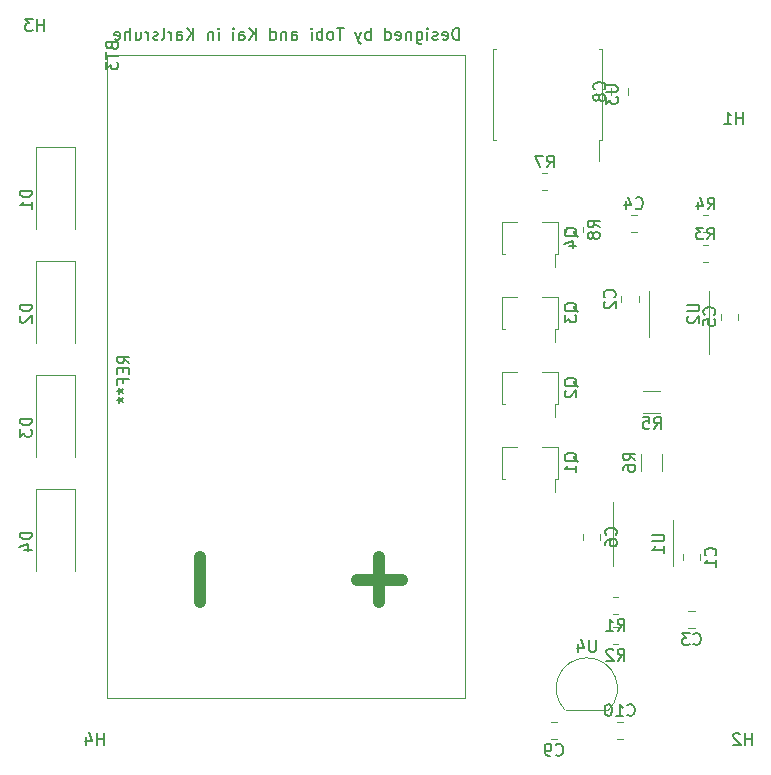
<source format=gbr>
%TF.GenerationSoftware,KiCad,Pcbnew,(5.1.10)-1*%
%TF.CreationDate,2021-10-27T13:55:30+02:00*%
%TF.ProjectId,Base,42617365-2e6b-4696-9361-645f70636258,rev?*%
%TF.SameCoordinates,Original*%
%TF.FileFunction,Legend,Bot*%
%TF.FilePolarity,Positive*%
%FSLAX46Y46*%
G04 Gerber Fmt 4.6, Leading zero omitted, Abs format (unit mm)*
G04 Created by KiCad (PCBNEW (5.1.10)-1) date 2021-10-27 13:55:30*
%MOMM*%
%LPD*%
G01*
G04 APERTURE LIST*
%ADD10C,0.150000*%
%ADD11C,0.120000*%
%ADD12C,1.000000*%
G04 APERTURE END LIST*
D10*
X150931428Y-68994380D02*
X150931428Y-67994380D01*
X150693333Y-67994380D01*
X150550476Y-68042000D01*
X150455238Y-68137238D01*
X150407619Y-68232476D01*
X150360000Y-68422952D01*
X150360000Y-68565809D01*
X150407619Y-68756285D01*
X150455238Y-68851523D01*
X150550476Y-68946761D01*
X150693333Y-68994380D01*
X150931428Y-68994380D01*
X149550476Y-68946761D02*
X149645714Y-68994380D01*
X149836190Y-68994380D01*
X149931428Y-68946761D01*
X149979047Y-68851523D01*
X149979047Y-68470571D01*
X149931428Y-68375333D01*
X149836190Y-68327714D01*
X149645714Y-68327714D01*
X149550476Y-68375333D01*
X149502857Y-68470571D01*
X149502857Y-68565809D01*
X149979047Y-68661047D01*
X149121904Y-68946761D02*
X149026666Y-68994380D01*
X148836190Y-68994380D01*
X148740952Y-68946761D01*
X148693333Y-68851523D01*
X148693333Y-68803904D01*
X148740952Y-68708666D01*
X148836190Y-68661047D01*
X148979047Y-68661047D01*
X149074285Y-68613428D01*
X149121904Y-68518190D01*
X149121904Y-68470571D01*
X149074285Y-68375333D01*
X148979047Y-68327714D01*
X148836190Y-68327714D01*
X148740952Y-68375333D01*
X148264761Y-68994380D02*
X148264761Y-68327714D01*
X148264761Y-67994380D02*
X148312380Y-68042000D01*
X148264761Y-68089619D01*
X148217142Y-68042000D01*
X148264761Y-67994380D01*
X148264761Y-68089619D01*
X147360000Y-68327714D02*
X147360000Y-69137238D01*
X147407619Y-69232476D01*
X147455238Y-69280095D01*
X147550476Y-69327714D01*
X147693333Y-69327714D01*
X147788571Y-69280095D01*
X147360000Y-68946761D02*
X147455238Y-68994380D01*
X147645714Y-68994380D01*
X147740952Y-68946761D01*
X147788571Y-68899142D01*
X147836190Y-68803904D01*
X147836190Y-68518190D01*
X147788571Y-68422952D01*
X147740952Y-68375333D01*
X147645714Y-68327714D01*
X147455238Y-68327714D01*
X147360000Y-68375333D01*
X146883809Y-68327714D02*
X146883809Y-68994380D01*
X146883809Y-68422952D02*
X146836190Y-68375333D01*
X146740952Y-68327714D01*
X146598095Y-68327714D01*
X146502857Y-68375333D01*
X146455238Y-68470571D01*
X146455238Y-68994380D01*
X145598095Y-68946761D02*
X145693333Y-68994380D01*
X145883809Y-68994380D01*
X145979047Y-68946761D01*
X146026666Y-68851523D01*
X146026666Y-68470571D01*
X145979047Y-68375333D01*
X145883809Y-68327714D01*
X145693333Y-68327714D01*
X145598095Y-68375333D01*
X145550476Y-68470571D01*
X145550476Y-68565809D01*
X146026666Y-68661047D01*
X144693333Y-68994380D02*
X144693333Y-67994380D01*
X144693333Y-68946761D02*
X144788571Y-68994380D01*
X144979047Y-68994380D01*
X145074285Y-68946761D01*
X145121904Y-68899142D01*
X145169523Y-68803904D01*
X145169523Y-68518190D01*
X145121904Y-68422952D01*
X145074285Y-68375333D01*
X144979047Y-68327714D01*
X144788571Y-68327714D01*
X144693333Y-68375333D01*
X143455238Y-68994380D02*
X143455238Y-67994380D01*
X143455238Y-68375333D02*
X143360000Y-68327714D01*
X143169523Y-68327714D01*
X143074285Y-68375333D01*
X143026666Y-68422952D01*
X142979047Y-68518190D01*
X142979047Y-68803904D01*
X143026666Y-68899142D01*
X143074285Y-68946761D01*
X143169523Y-68994380D01*
X143360000Y-68994380D01*
X143455238Y-68946761D01*
X142645714Y-68327714D02*
X142407619Y-68994380D01*
X142169523Y-68327714D02*
X142407619Y-68994380D01*
X142502857Y-69232476D01*
X142550476Y-69280095D01*
X142645714Y-69327714D01*
X141169523Y-67994380D02*
X140598095Y-67994380D01*
X140883809Y-68994380D02*
X140883809Y-67994380D01*
X140121904Y-68994380D02*
X140217142Y-68946761D01*
X140264761Y-68899142D01*
X140312380Y-68803904D01*
X140312380Y-68518190D01*
X140264761Y-68422952D01*
X140217142Y-68375333D01*
X140121904Y-68327714D01*
X139979047Y-68327714D01*
X139883809Y-68375333D01*
X139836190Y-68422952D01*
X139788571Y-68518190D01*
X139788571Y-68803904D01*
X139836190Y-68899142D01*
X139883809Y-68946761D01*
X139979047Y-68994380D01*
X140121904Y-68994380D01*
X139360000Y-68994380D02*
X139360000Y-67994380D01*
X139360000Y-68375333D02*
X139264761Y-68327714D01*
X139074285Y-68327714D01*
X138979047Y-68375333D01*
X138931428Y-68422952D01*
X138883809Y-68518190D01*
X138883809Y-68803904D01*
X138931428Y-68899142D01*
X138979047Y-68946761D01*
X139074285Y-68994380D01*
X139264761Y-68994380D01*
X139360000Y-68946761D01*
X138455238Y-68994380D02*
X138455238Y-68327714D01*
X138455238Y-67994380D02*
X138502857Y-68042000D01*
X138455238Y-68089619D01*
X138407619Y-68042000D01*
X138455238Y-67994380D01*
X138455238Y-68089619D01*
X136788571Y-68994380D02*
X136788571Y-68470571D01*
X136836190Y-68375333D01*
X136931428Y-68327714D01*
X137121904Y-68327714D01*
X137217142Y-68375333D01*
X136788571Y-68946761D02*
X136883809Y-68994380D01*
X137121904Y-68994380D01*
X137217142Y-68946761D01*
X137264761Y-68851523D01*
X137264761Y-68756285D01*
X137217142Y-68661047D01*
X137121904Y-68613428D01*
X136883809Y-68613428D01*
X136788571Y-68565809D01*
X136312380Y-68327714D02*
X136312380Y-68994380D01*
X136312380Y-68422952D02*
X136264761Y-68375333D01*
X136169523Y-68327714D01*
X136026666Y-68327714D01*
X135931428Y-68375333D01*
X135883809Y-68470571D01*
X135883809Y-68994380D01*
X134979047Y-68994380D02*
X134979047Y-67994380D01*
X134979047Y-68946761D02*
X135074285Y-68994380D01*
X135264761Y-68994380D01*
X135360000Y-68946761D01*
X135407619Y-68899142D01*
X135455238Y-68803904D01*
X135455238Y-68518190D01*
X135407619Y-68422952D01*
X135360000Y-68375333D01*
X135264761Y-68327714D01*
X135074285Y-68327714D01*
X134979047Y-68375333D01*
X133740952Y-68994380D02*
X133740952Y-67994380D01*
X133169523Y-68994380D02*
X133598095Y-68422952D01*
X133169523Y-67994380D02*
X133740952Y-68565809D01*
X132312380Y-68994380D02*
X132312380Y-68470571D01*
X132360000Y-68375333D01*
X132455238Y-68327714D01*
X132645714Y-68327714D01*
X132740952Y-68375333D01*
X132312380Y-68946761D02*
X132407619Y-68994380D01*
X132645714Y-68994380D01*
X132740952Y-68946761D01*
X132788571Y-68851523D01*
X132788571Y-68756285D01*
X132740952Y-68661047D01*
X132645714Y-68613428D01*
X132407619Y-68613428D01*
X132312380Y-68565809D01*
X131836190Y-68994380D02*
X131836190Y-68327714D01*
X131836190Y-67994380D02*
X131883809Y-68042000D01*
X131836190Y-68089619D01*
X131788571Y-68042000D01*
X131836190Y-67994380D01*
X131836190Y-68089619D01*
X130598095Y-68994380D02*
X130598095Y-68327714D01*
X130598095Y-67994380D02*
X130645714Y-68042000D01*
X130598095Y-68089619D01*
X130550476Y-68042000D01*
X130598095Y-67994380D01*
X130598095Y-68089619D01*
X130121904Y-68327714D02*
X130121904Y-68994380D01*
X130121904Y-68422952D02*
X130074285Y-68375333D01*
X129979047Y-68327714D01*
X129836190Y-68327714D01*
X129740952Y-68375333D01*
X129693333Y-68470571D01*
X129693333Y-68994380D01*
X128455238Y-68994380D02*
X128455238Y-67994380D01*
X127883809Y-68994380D02*
X128312380Y-68422952D01*
X127883809Y-67994380D02*
X128455238Y-68565809D01*
X127026666Y-68994380D02*
X127026666Y-68470571D01*
X127074285Y-68375333D01*
X127169523Y-68327714D01*
X127360000Y-68327714D01*
X127455238Y-68375333D01*
X127026666Y-68946761D02*
X127121904Y-68994380D01*
X127360000Y-68994380D01*
X127455238Y-68946761D01*
X127502857Y-68851523D01*
X127502857Y-68756285D01*
X127455238Y-68661047D01*
X127360000Y-68613428D01*
X127121904Y-68613428D01*
X127026666Y-68565809D01*
X126550476Y-68994380D02*
X126550476Y-68327714D01*
X126550476Y-68518190D02*
X126502857Y-68422952D01*
X126455238Y-68375333D01*
X126360000Y-68327714D01*
X126264761Y-68327714D01*
X125788571Y-68994380D02*
X125883809Y-68946761D01*
X125931428Y-68851523D01*
X125931428Y-67994380D01*
X125455238Y-68946761D02*
X125360000Y-68994380D01*
X125169523Y-68994380D01*
X125074285Y-68946761D01*
X125026666Y-68851523D01*
X125026666Y-68803904D01*
X125074285Y-68708666D01*
X125169523Y-68661047D01*
X125312380Y-68661047D01*
X125407619Y-68613428D01*
X125455238Y-68518190D01*
X125455238Y-68470571D01*
X125407619Y-68375333D01*
X125312380Y-68327714D01*
X125169523Y-68327714D01*
X125074285Y-68375333D01*
X124598095Y-68994380D02*
X124598095Y-68327714D01*
X124598095Y-68518190D02*
X124550476Y-68422952D01*
X124502857Y-68375333D01*
X124407619Y-68327714D01*
X124312380Y-68327714D01*
X123550476Y-68327714D02*
X123550476Y-68994380D01*
X123979047Y-68327714D02*
X123979047Y-68851523D01*
X123931428Y-68946761D01*
X123836190Y-68994380D01*
X123693333Y-68994380D01*
X123598095Y-68946761D01*
X123550476Y-68899142D01*
X123074285Y-68994380D02*
X123074285Y-67994380D01*
X122645714Y-68994380D02*
X122645714Y-68470571D01*
X122693333Y-68375333D01*
X122788571Y-68327714D01*
X122931428Y-68327714D01*
X123026666Y-68375333D01*
X123074285Y-68422952D01*
X121788571Y-68946761D02*
X121883809Y-68994380D01*
X122074285Y-68994380D01*
X122169523Y-68946761D01*
X122217142Y-68851523D01*
X122217142Y-68470571D01*
X122169523Y-68375333D01*
X122074285Y-68327714D01*
X121883809Y-68327714D01*
X121788571Y-68375333D01*
X121740952Y-68470571D01*
X121740952Y-68565809D01*
X122217142Y-68661047D01*
D11*
%TO.C,BT3*%
X151420000Y-70320000D02*
X121120000Y-70320000D01*
X151420000Y-124720000D02*
X121120000Y-124720000D01*
X121120000Y-70320000D02*
X121120000Y-124720000D01*
X151420000Y-70320000D02*
X151420000Y-124720000D01*
%TO.C,R6*%
X166311000Y-104035336D02*
X166311000Y-105489464D01*
X168131000Y-104035336D02*
X168131000Y-105489464D01*
%TO.C,R5*%
X166544136Y-100567000D02*
X167998264Y-100567000D01*
X166544136Y-98747000D02*
X167998264Y-98747000D01*
%TO.C,R8*%
X161479000Y-85279064D02*
X161479000Y-84824936D01*
X160009000Y-85279064D02*
X160009000Y-84824936D01*
%TO.C,R7*%
X158431064Y-80253000D02*
X157976936Y-80253000D01*
X158431064Y-81723000D02*
X157976936Y-81723000D01*
%TO.C,R4*%
X172058264Y-83821600D02*
X171604136Y-83821600D01*
X172058264Y-85291600D02*
X171604136Y-85291600D01*
%TO.C,R3*%
X172032264Y-86361600D02*
X171578136Y-86361600D01*
X172032264Y-87831600D02*
X171578136Y-87831600D01*
%TO.C,R2*%
X163983936Y-120191400D02*
X164438064Y-120191400D01*
X163983936Y-118721400D02*
X164438064Y-118721400D01*
%TO.C,R1*%
X163983936Y-117651400D02*
X164438064Y-117651400D01*
X163983936Y-116181400D02*
X164438064Y-116181400D01*
%TO.C,C10*%
X164815252Y-126735000D02*
X164292748Y-126735000D01*
X164815252Y-128205000D02*
X164292748Y-128205000D01*
%TO.C,C9*%
X158704748Y-128205000D02*
X159227252Y-128205000D01*
X158704748Y-126735000D02*
X159227252Y-126735000D01*
%TO.C,C8*%
X163819000Y-73106748D02*
X163819000Y-73629252D01*
X165289000Y-73106748D02*
X165289000Y-73629252D01*
%TO.C,C6*%
X162914000Y-111335652D02*
X162914000Y-110813148D01*
X161444000Y-111335652D02*
X161444000Y-110813148D01*
%TO.C,C5*%
X173128200Y-92169348D02*
X173128200Y-92691852D01*
X174598200Y-92169348D02*
X174598200Y-92691852D01*
%TO.C,C4*%
X165996452Y-83821600D02*
X165473948Y-83821600D01*
X165996452Y-85291600D02*
X165473948Y-85291600D01*
%TO.C,C3*%
X170363348Y-118832400D02*
X170885852Y-118832400D01*
X170363348Y-117362400D02*
X170885852Y-117362400D01*
%TO.C,C2*%
X164682600Y-90683548D02*
X164682600Y-91206052D01*
X166152600Y-90683548D02*
X166152600Y-91206052D01*
%TO.C,C1*%
X171334200Y-113075452D02*
X171334200Y-112552948D01*
X169864200Y-113075452D02*
X169864200Y-112552948D01*
%TO.C,U4*%
X163560000Y-125764000D02*
X159960000Y-125764000D01*
X159921522Y-125752478D02*
G75*
G02*
X161760000Y-121314000I1838478J1838478D01*
G01*
X163598478Y-125752478D02*
G75*
G03*
X161760000Y-121314000I-1838478J1838478D01*
G01*
%TO.C,D4*%
X115152000Y-107068000D02*
X118452000Y-107068000D01*
X118452000Y-107068000D02*
X118452000Y-113968000D01*
X115152000Y-107068000D02*
X115152000Y-113968000D01*
%TO.C,D3*%
X115152000Y-97416000D02*
X118452000Y-97416000D01*
X118452000Y-97416000D02*
X118452000Y-104316000D01*
X115152000Y-97416000D02*
X115152000Y-104316000D01*
%TO.C,D2*%
X115152000Y-87764000D02*
X118452000Y-87764000D01*
X118452000Y-87764000D02*
X118452000Y-94664000D01*
X115152000Y-87764000D02*
X115152000Y-94664000D01*
%TO.C,D1*%
X115152000Y-78112000D02*
X118452000Y-78112000D01*
X118452000Y-78112000D02*
X118452000Y-85012000D01*
X115152000Y-78112000D02*
X115152000Y-85012000D01*
%TO.C,Q1*%
X155884000Y-103458000D02*
X154574000Y-103458000D01*
X154574000Y-103458000D02*
X154574000Y-106178000D01*
X159064000Y-107318000D02*
X159064000Y-106178000D01*
X159294000Y-103458000D02*
X157984000Y-103458000D01*
X159294000Y-106178000D02*
X159294000Y-103458000D01*
X159294000Y-106178000D02*
X159064000Y-106178000D01*
X154574000Y-106178000D02*
X154804000Y-106178000D01*
%TO.C,U3*%
X162828000Y-77482000D02*
X162828000Y-79297000D01*
X163068000Y-77482000D02*
X162828000Y-77482000D01*
X163068000Y-73622000D02*
X163068000Y-77482000D01*
X163068000Y-69762000D02*
X162828000Y-69762000D01*
X163068000Y-73622000D02*
X163068000Y-69762000D01*
X153848000Y-77482000D02*
X154088000Y-77482000D01*
X153848000Y-73622000D02*
X153848000Y-77482000D01*
X153848000Y-69762000D02*
X154088000Y-69762000D01*
X153848000Y-73622000D02*
X153848000Y-69762000D01*
%TO.C,U2*%
X166985200Y-92176600D02*
X166985200Y-90226600D01*
X166985200Y-92176600D02*
X166985200Y-94126600D01*
X172105200Y-92176600D02*
X172105200Y-90226600D01*
X172105200Y-92176600D02*
X172105200Y-95626600D01*
%TO.C,U1*%
X169057000Y-111582400D02*
X169057000Y-113532400D01*
X169057000Y-111582400D02*
X169057000Y-109632400D01*
X163937000Y-111582400D02*
X163937000Y-113532400D01*
X163937000Y-111582400D02*
X163937000Y-108132400D01*
%TO.C,Q4*%
X155884000Y-84408000D02*
X154574000Y-84408000D01*
X154574000Y-84408000D02*
X154574000Y-87128000D01*
X159064000Y-88268000D02*
X159064000Y-87128000D01*
X159294000Y-84408000D02*
X157984000Y-84408000D01*
X159294000Y-87128000D02*
X159294000Y-84408000D01*
X159294000Y-87128000D02*
X159064000Y-87128000D01*
X154574000Y-87128000D02*
X154804000Y-87128000D01*
%TO.C,Q3*%
X155884000Y-90758000D02*
X154574000Y-90758000D01*
X154574000Y-90758000D02*
X154574000Y-93478000D01*
X159064000Y-94618000D02*
X159064000Y-93478000D01*
X159294000Y-90758000D02*
X157984000Y-90758000D01*
X159294000Y-93478000D02*
X159294000Y-90758000D01*
X159294000Y-93478000D02*
X159064000Y-93478000D01*
X154574000Y-93478000D02*
X154804000Y-93478000D01*
%TO.C,Q2*%
X155884000Y-97108000D02*
X154574000Y-97108000D01*
X154574000Y-97108000D02*
X154574000Y-99828000D01*
X159064000Y-100968000D02*
X159064000Y-99828000D01*
X159294000Y-97108000D02*
X157984000Y-97108000D01*
X159294000Y-99828000D02*
X159294000Y-97108000D01*
X159294000Y-99828000D02*
X159064000Y-99828000D01*
X154574000Y-99828000D02*
X154804000Y-99828000D01*
%TO.C,BT3*%
D10*
X121548571Y-69534285D02*
X121596190Y-69677142D01*
X121643809Y-69724761D01*
X121739047Y-69772380D01*
X121881904Y-69772380D01*
X121977142Y-69724761D01*
X122024761Y-69677142D01*
X122072380Y-69581904D01*
X122072380Y-69200952D01*
X121072380Y-69200952D01*
X121072380Y-69534285D01*
X121120000Y-69629523D01*
X121167619Y-69677142D01*
X121262857Y-69724761D01*
X121358095Y-69724761D01*
X121453333Y-69677142D01*
X121500952Y-69629523D01*
X121548571Y-69534285D01*
X121548571Y-69200952D01*
X121072380Y-70058095D02*
X121072380Y-70629523D01*
X122072380Y-70343809D02*
X121072380Y-70343809D01*
X121072380Y-70867619D02*
X121072380Y-71486666D01*
X121453333Y-71153333D01*
X121453333Y-71296190D01*
X121500952Y-71391428D01*
X121548571Y-71439047D01*
X121643809Y-71486666D01*
X121881904Y-71486666D01*
X121977142Y-71439047D01*
X122024761Y-71391428D01*
X122072380Y-71296190D01*
X122072380Y-71010476D01*
X122024761Y-70915238D01*
X121977142Y-70867619D01*
D12*
X129052142Y-112815238D02*
X129052142Y-116624761D01*
D10*
X123022380Y-96386666D02*
X122546190Y-96053333D01*
X123022380Y-95815238D02*
X122022380Y-95815238D01*
X122022380Y-96196190D01*
X122070000Y-96291428D01*
X122117619Y-96339047D01*
X122212857Y-96386666D01*
X122355714Y-96386666D01*
X122450952Y-96339047D01*
X122498571Y-96291428D01*
X122546190Y-96196190D01*
X122546190Y-95815238D01*
X122498571Y-96815238D02*
X122498571Y-97148571D01*
X123022380Y-97291428D02*
X123022380Y-96815238D01*
X122022380Y-96815238D01*
X122022380Y-97291428D01*
X122498571Y-98053333D02*
X122498571Y-97720000D01*
X123022380Y-97720000D02*
X122022380Y-97720000D01*
X122022380Y-98196190D01*
X122022380Y-98720000D02*
X122260476Y-98720000D01*
X122165238Y-98481904D02*
X122260476Y-98720000D01*
X122165238Y-98958095D01*
X122450952Y-98577142D02*
X122260476Y-98720000D01*
X122450952Y-98862857D01*
X122022380Y-99481904D02*
X122260476Y-99481904D01*
X122165238Y-99243809D02*
X122260476Y-99481904D01*
X122165238Y-99720000D01*
X122450952Y-99339047D02*
X122260476Y-99481904D01*
X122450952Y-99624761D01*
D12*
X144202142Y-112815238D02*
X144202142Y-116624761D01*
X146106904Y-114720000D02*
X142297380Y-114720000D01*
%TO.C,R6*%
D10*
X165853380Y-104595733D02*
X165377190Y-104262400D01*
X165853380Y-104024304D02*
X164853380Y-104024304D01*
X164853380Y-104405257D01*
X164901000Y-104500495D01*
X164948619Y-104548114D01*
X165043857Y-104595733D01*
X165186714Y-104595733D01*
X165281952Y-104548114D01*
X165329571Y-104500495D01*
X165377190Y-104405257D01*
X165377190Y-104024304D01*
X164853380Y-105452876D02*
X164853380Y-105262400D01*
X164901000Y-105167161D01*
X164948619Y-105119542D01*
X165091476Y-105024304D01*
X165281952Y-104976685D01*
X165662904Y-104976685D01*
X165758142Y-105024304D01*
X165805761Y-105071923D01*
X165853380Y-105167161D01*
X165853380Y-105357638D01*
X165805761Y-105452876D01*
X165758142Y-105500495D01*
X165662904Y-105548114D01*
X165424809Y-105548114D01*
X165329571Y-105500495D01*
X165281952Y-105452876D01*
X165234333Y-105357638D01*
X165234333Y-105167161D01*
X165281952Y-105071923D01*
X165329571Y-105024304D01*
X165424809Y-104976685D01*
%TO.C,R5*%
X167437866Y-101929380D02*
X167771200Y-101453190D01*
X168009295Y-101929380D02*
X168009295Y-100929380D01*
X167628342Y-100929380D01*
X167533104Y-100977000D01*
X167485485Y-101024619D01*
X167437866Y-101119857D01*
X167437866Y-101262714D01*
X167485485Y-101357952D01*
X167533104Y-101405571D01*
X167628342Y-101453190D01*
X168009295Y-101453190D01*
X166533104Y-100929380D02*
X167009295Y-100929380D01*
X167056914Y-101405571D01*
X167009295Y-101357952D01*
X166914057Y-101310333D01*
X166675961Y-101310333D01*
X166580723Y-101357952D01*
X166533104Y-101405571D01*
X166485485Y-101500809D01*
X166485485Y-101738904D01*
X166533104Y-101834142D01*
X166580723Y-101881761D01*
X166675961Y-101929380D01*
X166914057Y-101929380D01*
X167009295Y-101881761D01*
X167056914Y-101834142D01*
%TO.C,R8*%
X162846380Y-84885333D02*
X162370190Y-84552000D01*
X162846380Y-84313904D02*
X161846380Y-84313904D01*
X161846380Y-84694857D01*
X161894000Y-84790095D01*
X161941619Y-84837714D01*
X162036857Y-84885333D01*
X162179714Y-84885333D01*
X162274952Y-84837714D01*
X162322571Y-84790095D01*
X162370190Y-84694857D01*
X162370190Y-84313904D01*
X162274952Y-85456761D02*
X162227333Y-85361523D01*
X162179714Y-85313904D01*
X162084476Y-85266285D01*
X162036857Y-85266285D01*
X161941619Y-85313904D01*
X161894000Y-85361523D01*
X161846380Y-85456761D01*
X161846380Y-85647238D01*
X161894000Y-85742476D01*
X161941619Y-85790095D01*
X162036857Y-85837714D01*
X162084476Y-85837714D01*
X162179714Y-85790095D01*
X162227333Y-85742476D01*
X162274952Y-85647238D01*
X162274952Y-85456761D01*
X162322571Y-85361523D01*
X162370190Y-85313904D01*
X162465428Y-85266285D01*
X162655904Y-85266285D01*
X162751142Y-85313904D01*
X162798761Y-85361523D01*
X162846380Y-85456761D01*
X162846380Y-85647238D01*
X162798761Y-85742476D01*
X162751142Y-85790095D01*
X162655904Y-85837714D01*
X162465428Y-85837714D01*
X162370190Y-85790095D01*
X162322571Y-85742476D01*
X162274952Y-85647238D01*
%TO.C,R7*%
X158370666Y-79790380D02*
X158704000Y-79314190D01*
X158942095Y-79790380D02*
X158942095Y-78790380D01*
X158561142Y-78790380D01*
X158465904Y-78838000D01*
X158418285Y-78885619D01*
X158370666Y-78980857D01*
X158370666Y-79123714D01*
X158418285Y-79218952D01*
X158465904Y-79266571D01*
X158561142Y-79314190D01*
X158942095Y-79314190D01*
X158037333Y-78790380D02*
X157370666Y-78790380D01*
X157799238Y-79790380D01*
%TO.C,R4*%
X171997866Y-83358980D02*
X172331200Y-82882790D01*
X172569295Y-83358980D02*
X172569295Y-82358980D01*
X172188342Y-82358980D01*
X172093104Y-82406600D01*
X172045485Y-82454219D01*
X171997866Y-82549457D01*
X171997866Y-82692314D01*
X172045485Y-82787552D01*
X172093104Y-82835171D01*
X172188342Y-82882790D01*
X172569295Y-82882790D01*
X171140723Y-82692314D02*
X171140723Y-83358980D01*
X171378819Y-82311361D02*
X171616914Y-83025647D01*
X170997866Y-83025647D01*
%TO.C,R3*%
X171971866Y-85898980D02*
X172305200Y-85422790D01*
X172543295Y-85898980D02*
X172543295Y-84898980D01*
X172162342Y-84898980D01*
X172067104Y-84946600D01*
X172019485Y-84994219D01*
X171971866Y-85089457D01*
X171971866Y-85232314D01*
X172019485Y-85327552D01*
X172067104Y-85375171D01*
X172162342Y-85422790D01*
X172543295Y-85422790D01*
X171638533Y-84898980D02*
X171019485Y-84898980D01*
X171352819Y-85279933D01*
X171209961Y-85279933D01*
X171114723Y-85327552D01*
X171067104Y-85375171D01*
X171019485Y-85470409D01*
X171019485Y-85708504D01*
X171067104Y-85803742D01*
X171114723Y-85851361D01*
X171209961Y-85898980D01*
X171495676Y-85898980D01*
X171590914Y-85851361D01*
X171638533Y-85803742D01*
%TO.C,R2*%
X164377666Y-121558780D02*
X164711000Y-121082590D01*
X164949095Y-121558780D02*
X164949095Y-120558780D01*
X164568142Y-120558780D01*
X164472904Y-120606400D01*
X164425285Y-120654019D01*
X164377666Y-120749257D01*
X164377666Y-120892114D01*
X164425285Y-120987352D01*
X164472904Y-121034971D01*
X164568142Y-121082590D01*
X164949095Y-121082590D01*
X163996714Y-120654019D02*
X163949095Y-120606400D01*
X163853857Y-120558780D01*
X163615761Y-120558780D01*
X163520523Y-120606400D01*
X163472904Y-120654019D01*
X163425285Y-120749257D01*
X163425285Y-120844495D01*
X163472904Y-120987352D01*
X164044333Y-121558780D01*
X163425285Y-121558780D01*
%TO.C,R1*%
X164377666Y-119018780D02*
X164711000Y-118542590D01*
X164949095Y-119018780D02*
X164949095Y-118018780D01*
X164568142Y-118018780D01*
X164472904Y-118066400D01*
X164425285Y-118114019D01*
X164377666Y-118209257D01*
X164377666Y-118352114D01*
X164425285Y-118447352D01*
X164472904Y-118494971D01*
X164568142Y-118542590D01*
X164949095Y-118542590D01*
X163425285Y-119018780D02*
X163996714Y-119018780D01*
X163711000Y-119018780D02*
X163711000Y-118018780D01*
X163806238Y-118161638D01*
X163901476Y-118256876D01*
X163996714Y-118304495D01*
%TO.C,C10*%
X165196857Y-126147142D02*
X165244476Y-126194761D01*
X165387333Y-126242380D01*
X165482571Y-126242380D01*
X165625428Y-126194761D01*
X165720666Y-126099523D01*
X165768285Y-126004285D01*
X165815904Y-125813809D01*
X165815904Y-125670952D01*
X165768285Y-125480476D01*
X165720666Y-125385238D01*
X165625428Y-125290000D01*
X165482571Y-125242380D01*
X165387333Y-125242380D01*
X165244476Y-125290000D01*
X165196857Y-125337619D01*
X164244476Y-126242380D02*
X164815904Y-126242380D01*
X164530190Y-126242380D02*
X164530190Y-125242380D01*
X164625428Y-125385238D01*
X164720666Y-125480476D01*
X164815904Y-125528095D01*
X163625428Y-125242380D02*
X163530190Y-125242380D01*
X163434952Y-125290000D01*
X163387333Y-125337619D01*
X163339714Y-125432857D01*
X163292095Y-125623333D01*
X163292095Y-125861428D01*
X163339714Y-126051904D01*
X163387333Y-126147142D01*
X163434952Y-126194761D01*
X163530190Y-126242380D01*
X163625428Y-126242380D01*
X163720666Y-126194761D01*
X163768285Y-126147142D01*
X163815904Y-126051904D01*
X163863523Y-125861428D01*
X163863523Y-125623333D01*
X163815904Y-125432857D01*
X163768285Y-125337619D01*
X163720666Y-125290000D01*
X163625428Y-125242380D01*
%TO.C,C9*%
X159132666Y-129507142D02*
X159180285Y-129554761D01*
X159323142Y-129602380D01*
X159418380Y-129602380D01*
X159561238Y-129554761D01*
X159656476Y-129459523D01*
X159704095Y-129364285D01*
X159751714Y-129173809D01*
X159751714Y-129030952D01*
X159704095Y-128840476D01*
X159656476Y-128745238D01*
X159561238Y-128650000D01*
X159418380Y-128602380D01*
X159323142Y-128602380D01*
X159180285Y-128650000D01*
X159132666Y-128697619D01*
X158656476Y-129602380D02*
X158466000Y-129602380D01*
X158370761Y-129554761D01*
X158323142Y-129507142D01*
X158227904Y-129364285D01*
X158180285Y-129173809D01*
X158180285Y-128792857D01*
X158227904Y-128697619D01*
X158275523Y-128650000D01*
X158370761Y-128602380D01*
X158561238Y-128602380D01*
X158656476Y-128650000D01*
X158704095Y-128697619D01*
X158751714Y-128792857D01*
X158751714Y-129030952D01*
X158704095Y-129126190D01*
X158656476Y-129173809D01*
X158561238Y-129221428D01*
X158370761Y-129221428D01*
X158275523Y-129173809D01*
X158227904Y-129126190D01*
X158180285Y-129030952D01*
%TO.C,C8*%
X163231142Y-73201333D02*
X163278761Y-73153714D01*
X163326380Y-73010857D01*
X163326380Y-72915619D01*
X163278761Y-72772761D01*
X163183523Y-72677523D01*
X163088285Y-72629904D01*
X162897809Y-72582285D01*
X162754952Y-72582285D01*
X162564476Y-72629904D01*
X162469238Y-72677523D01*
X162374000Y-72772761D01*
X162326380Y-72915619D01*
X162326380Y-73010857D01*
X162374000Y-73153714D01*
X162421619Y-73201333D01*
X162754952Y-73772761D02*
X162707333Y-73677523D01*
X162659714Y-73629904D01*
X162564476Y-73582285D01*
X162516857Y-73582285D01*
X162421619Y-73629904D01*
X162374000Y-73677523D01*
X162326380Y-73772761D01*
X162326380Y-73963238D01*
X162374000Y-74058476D01*
X162421619Y-74106095D01*
X162516857Y-74153714D01*
X162564476Y-74153714D01*
X162659714Y-74106095D01*
X162707333Y-74058476D01*
X162754952Y-73963238D01*
X162754952Y-73772761D01*
X162802571Y-73677523D01*
X162850190Y-73629904D01*
X162945428Y-73582285D01*
X163135904Y-73582285D01*
X163231142Y-73629904D01*
X163278761Y-73677523D01*
X163326380Y-73772761D01*
X163326380Y-73963238D01*
X163278761Y-74058476D01*
X163231142Y-74106095D01*
X163135904Y-74153714D01*
X162945428Y-74153714D01*
X162850190Y-74106095D01*
X162802571Y-74058476D01*
X162754952Y-73963238D01*
%TO.C,C6*%
X164216142Y-110907733D02*
X164263761Y-110860114D01*
X164311380Y-110717257D01*
X164311380Y-110622019D01*
X164263761Y-110479161D01*
X164168523Y-110383923D01*
X164073285Y-110336304D01*
X163882809Y-110288685D01*
X163739952Y-110288685D01*
X163549476Y-110336304D01*
X163454238Y-110383923D01*
X163359000Y-110479161D01*
X163311380Y-110622019D01*
X163311380Y-110717257D01*
X163359000Y-110860114D01*
X163406619Y-110907733D01*
X163311380Y-111764876D02*
X163311380Y-111574400D01*
X163359000Y-111479161D01*
X163406619Y-111431542D01*
X163549476Y-111336304D01*
X163739952Y-111288685D01*
X164120904Y-111288685D01*
X164216142Y-111336304D01*
X164263761Y-111383923D01*
X164311380Y-111479161D01*
X164311380Y-111669638D01*
X164263761Y-111764876D01*
X164216142Y-111812495D01*
X164120904Y-111860114D01*
X163882809Y-111860114D01*
X163787571Y-111812495D01*
X163739952Y-111764876D01*
X163692333Y-111669638D01*
X163692333Y-111479161D01*
X163739952Y-111383923D01*
X163787571Y-111336304D01*
X163882809Y-111288685D01*
%TO.C,C5*%
X172540342Y-92263933D02*
X172587961Y-92216314D01*
X172635580Y-92073457D01*
X172635580Y-91978219D01*
X172587961Y-91835361D01*
X172492723Y-91740123D01*
X172397485Y-91692504D01*
X172207009Y-91644885D01*
X172064152Y-91644885D01*
X171873676Y-91692504D01*
X171778438Y-91740123D01*
X171683200Y-91835361D01*
X171635580Y-91978219D01*
X171635580Y-92073457D01*
X171683200Y-92216314D01*
X171730819Y-92263933D01*
X171635580Y-93168695D02*
X171635580Y-92692504D01*
X172111771Y-92644885D01*
X172064152Y-92692504D01*
X172016533Y-92787742D01*
X172016533Y-93025838D01*
X172064152Y-93121076D01*
X172111771Y-93168695D01*
X172207009Y-93216314D01*
X172445104Y-93216314D01*
X172540342Y-93168695D01*
X172587961Y-93121076D01*
X172635580Y-93025838D01*
X172635580Y-92787742D01*
X172587961Y-92692504D01*
X172540342Y-92644885D01*
%TO.C,C4*%
X165901866Y-83233742D02*
X165949485Y-83281361D01*
X166092342Y-83328980D01*
X166187580Y-83328980D01*
X166330438Y-83281361D01*
X166425676Y-83186123D01*
X166473295Y-83090885D01*
X166520914Y-82900409D01*
X166520914Y-82757552D01*
X166473295Y-82567076D01*
X166425676Y-82471838D01*
X166330438Y-82376600D01*
X166187580Y-82328980D01*
X166092342Y-82328980D01*
X165949485Y-82376600D01*
X165901866Y-82424219D01*
X165044723Y-82662314D02*
X165044723Y-83328980D01*
X165282819Y-82281361D02*
X165520914Y-82995647D01*
X164901866Y-82995647D01*
%TO.C,C3*%
X170791266Y-120134542D02*
X170838885Y-120182161D01*
X170981742Y-120229780D01*
X171076980Y-120229780D01*
X171219838Y-120182161D01*
X171315076Y-120086923D01*
X171362695Y-119991685D01*
X171410314Y-119801209D01*
X171410314Y-119658352D01*
X171362695Y-119467876D01*
X171315076Y-119372638D01*
X171219838Y-119277400D01*
X171076980Y-119229780D01*
X170981742Y-119229780D01*
X170838885Y-119277400D01*
X170791266Y-119325019D01*
X170457933Y-119229780D02*
X169838885Y-119229780D01*
X170172219Y-119610733D01*
X170029361Y-119610733D01*
X169934123Y-119658352D01*
X169886504Y-119705971D01*
X169838885Y-119801209D01*
X169838885Y-120039304D01*
X169886504Y-120134542D01*
X169934123Y-120182161D01*
X170029361Y-120229780D01*
X170315076Y-120229780D01*
X170410314Y-120182161D01*
X170457933Y-120134542D01*
%TO.C,C2*%
X164094742Y-90778133D02*
X164142361Y-90730514D01*
X164189980Y-90587657D01*
X164189980Y-90492419D01*
X164142361Y-90349561D01*
X164047123Y-90254323D01*
X163951885Y-90206704D01*
X163761409Y-90159085D01*
X163618552Y-90159085D01*
X163428076Y-90206704D01*
X163332838Y-90254323D01*
X163237600Y-90349561D01*
X163189980Y-90492419D01*
X163189980Y-90587657D01*
X163237600Y-90730514D01*
X163285219Y-90778133D01*
X163285219Y-91159085D02*
X163237600Y-91206704D01*
X163189980Y-91301942D01*
X163189980Y-91540038D01*
X163237600Y-91635276D01*
X163285219Y-91682895D01*
X163380457Y-91730514D01*
X163475695Y-91730514D01*
X163618552Y-91682895D01*
X164189980Y-91111466D01*
X164189980Y-91730514D01*
%TO.C,C1*%
X172636342Y-112647533D02*
X172683961Y-112599914D01*
X172731580Y-112457057D01*
X172731580Y-112361819D01*
X172683961Y-112218961D01*
X172588723Y-112123723D01*
X172493485Y-112076104D01*
X172303009Y-112028485D01*
X172160152Y-112028485D01*
X171969676Y-112076104D01*
X171874438Y-112123723D01*
X171779200Y-112218961D01*
X171731580Y-112361819D01*
X171731580Y-112457057D01*
X171779200Y-112599914D01*
X171826819Y-112647533D01*
X172731580Y-113599914D02*
X172731580Y-113028485D01*
X172731580Y-113314200D02*
X171731580Y-113314200D01*
X171874438Y-113218961D01*
X171969676Y-113123723D01*
X172017295Y-113028485D01*
%TO.C,U4*%
X162521904Y-119806380D02*
X162521904Y-120615904D01*
X162474285Y-120711142D01*
X162426666Y-120758761D01*
X162331428Y-120806380D01*
X162140952Y-120806380D01*
X162045714Y-120758761D01*
X161998095Y-120711142D01*
X161950476Y-120615904D01*
X161950476Y-119806380D01*
X161045714Y-120139714D02*
X161045714Y-120806380D01*
X161283809Y-119758761D02*
X161521904Y-120473047D01*
X160902857Y-120473047D01*
%TO.C,D4*%
X114754380Y-110729904D02*
X113754380Y-110729904D01*
X113754380Y-110968000D01*
X113802000Y-111110857D01*
X113897238Y-111206095D01*
X113992476Y-111253714D01*
X114182952Y-111301333D01*
X114325809Y-111301333D01*
X114516285Y-111253714D01*
X114611523Y-111206095D01*
X114706761Y-111110857D01*
X114754380Y-110968000D01*
X114754380Y-110729904D01*
X114087714Y-112158476D02*
X114754380Y-112158476D01*
X113706761Y-111920380D02*
X114421047Y-111682285D01*
X114421047Y-112301333D01*
%TO.C,D3*%
X114754380Y-101077904D02*
X113754380Y-101077904D01*
X113754380Y-101316000D01*
X113802000Y-101458857D01*
X113897238Y-101554095D01*
X113992476Y-101601714D01*
X114182952Y-101649333D01*
X114325809Y-101649333D01*
X114516285Y-101601714D01*
X114611523Y-101554095D01*
X114706761Y-101458857D01*
X114754380Y-101316000D01*
X114754380Y-101077904D01*
X113754380Y-101982666D02*
X113754380Y-102601714D01*
X114135333Y-102268380D01*
X114135333Y-102411238D01*
X114182952Y-102506476D01*
X114230571Y-102554095D01*
X114325809Y-102601714D01*
X114563904Y-102601714D01*
X114659142Y-102554095D01*
X114706761Y-102506476D01*
X114754380Y-102411238D01*
X114754380Y-102125523D01*
X114706761Y-102030285D01*
X114659142Y-101982666D01*
%TO.C,D2*%
X114754380Y-91425904D02*
X113754380Y-91425904D01*
X113754380Y-91664000D01*
X113802000Y-91806857D01*
X113897238Y-91902095D01*
X113992476Y-91949714D01*
X114182952Y-91997333D01*
X114325809Y-91997333D01*
X114516285Y-91949714D01*
X114611523Y-91902095D01*
X114706761Y-91806857D01*
X114754380Y-91664000D01*
X114754380Y-91425904D01*
X113849619Y-92378285D02*
X113802000Y-92425904D01*
X113754380Y-92521142D01*
X113754380Y-92759238D01*
X113802000Y-92854476D01*
X113849619Y-92902095D01*
X113944857Y-92949714D01*
X114040095Y-92949714D01*
X114182952Y-92902095D01*
X114754380Y-92330666D01*
X114754380Y-92949714D01*
%TO.C,D1*%
X114754380Y-81773904D02*
X113754380Y-81773904D01*
X113754380Y-82012000D01*
X113802000Y-82154857D01*
X113897238Y-82250095D01*
X113992476Y-82297714D01*
X114182952Y-82345333D01*
X114325809Y-82345333D01*
X114516285Y-82297714D01*
X114611523Y-82250095D01*
X114706761Y-82154857D01*
X114754380Y-82012000D01*
X114754380Y-81773904D01*
X114754380Y-83297714D02*
X114754380Y-82726285D01*
X114754380Y-83012000D02*
X113754380Y-83012000D01*
X113897238Y-82916761D01*
X113992476Y-82821523D01*
X114040095Y-82726285D01*
%TO.C,Q1*%
X160981619Y-104722761D02*
X160934000Y-104627523D01*
X160838761Y-104532285D01*
X160695904Y-104389428D01*
X160648285Y-104294190D01*
X160648285Y-104198952D01*
X160886380Y-104246571D02*
X160838761Y-104151333D01*
X160743523Y-104056095D01*
X160553047Y-104008476D01*
X160219714Y-104008476D01*
X160029238Y-104056095D01*
X159934000Y-104151333D01*
X159886380Y-104246571D01*
X159886380Y-104437047D01*
X159934000Y-104532285D01*
X160029238Y-104627523D01*
X160219714Y-104675142D01*
X160553047Y-104675142D01*
X160743523Y-104627523D01*
X160838761Y-104532285D01*
X160886380Y-104437047D01*
X160886380Y-104246571D01*
X160886380Y-105627523D02*
X160886380Y-105056095D01*
X160886380Y-105341809D02*
X159886380Y-105341809D01*
X160029238Y-105246571D01*
X160124476Y-105151333D01*
X160172095Y-105056095D01*
%TO.C,H4*%
X120865904Y-128684380D02*
X120865904Y-127684380D01*
X120865904Y-128160571D02*
X120294476Y-128160571D01*
X120294476Y-128684380D02*
X120294476Y-127684380D01*
X119389714Y-128017714D02*
X119389714Y-128684380D01*
X119627809Y-127636761D02*
X119865904Y-128351047D01*
X119246857Y-128351047D01*
%TO.C,H3*%
X115785904Y-68232380D02*
X115785904Y-67232380D01*
X115785904Y-67708571D02*
X115214476Y-67708571D01*
X115214476Y-68232380D02*
X115214476Y-67232380D01*
X114833523Y-67232380D02*
X114214476Y-67232380D01*
X114547809Y-67613333D01*
X114404952Y-67613333D01*
X114309714Y-67660952D01*
X114262095Y-67708571D01*
X114214476Y-67803809D01*
X114214476Y-68041904D01*
X114262095Y-68137142D01*
X114309714Y-68184761D01*
X114404952Y-68232380D01*
X114690666Y-68232380D01*
X114785904Y-68184761D01*
X114833523Y-68137142D01*
%TO.C,H2*%
X175729904Y-128684380D02*
X175729904Y-127684380D01*
X175729904Y-128160571D02*
X175158476Y-128160571D01*
X175158476Y-128684380D02*
X175158476Y-127684380D01*
X174729904Y-127779619D02*
X174682285Y-127732000D01*
X174587047Y-127684380D01*
X174348952Y-127684380D01*
X174253714Y-127732000D01*
X174206095Y-127779619D01*
X174158476Y-127874857D01*
X174158476Y-127970095D01*
X174206095Y-128112952D01*
X174777523Y-128684380D01*
X174158476Y-128684380D01*
%TO.C,H1*%
X174967904Y-76106380D02*
X174967904Y-75106380D01*
X174967904Y-75582571D02*
X174396476Y-75582571D01*
X174396476Y-76106380D02*
X174396476Y-75106380D01*
X173396476Y-76106380D02*
X173967904Y-76106380D01*
X173682190Y-76106380D02*
X173682190Y-75106380D01*
X173777428Y-75249238D01*
X173872666Y-75344476D01*
X173967904Y-75392095D01*
%TO.C,U3*%
X163360380Y-72860095D02*
X164169904Y-72860095D01*
X164265142Y-72907714D01*
X164312761Y-72955333D01*
X164360380Y-73050571D01*
X164360380Y-73241047D01*
X164312761Y-73336285D01*
X164265142Y-73383904D01*
X164169904Y-73431523D01*
X163360380Y-73431523D01*
X163360380Y-73812476D02*
X163360380Y-74431523D01*
X163741333Y-74098190D01*
X163741333Y-74241047D01*
X163788952Y-74336285D01*
X163836571Y-74383904D01*
X163931809Y-74431523D01*
X164169904Y-74431523D01*
X164265142Y-74383904D01*
X164312761Y-74336285D01*
X164360380Y-74241047D01*
X164360380Y-73955333D01*
X164312761Y-73860095D01*
X164265142Y-73812476D01*
%TO.C,U2*%
X170280180Y-91414795D02*
X171089704Y-91414795D01*
X171184942Y-91462414D01*
X171232561Y-91510033D01*
X171280180Y-91605271D01*
X171280180Y-91795747D01*
X171232561Y-91890985D01*
X171184942Y-91938604D01*
X171089704Y-91986223D01*
X170280180Y-91986223D01*
X170375419Y-92414795D02*
X170327800Y-92462414D01*
X170280180Y-92557652D01*
X170280180Y-92795747D01*
X170327800Y-92890985D01*
X170375419Y-92938604D01*
X170470657Y-92986223D01*
X170565895Y-92986223D01*
X170708752Y-92938604D01*
X171280180Y-92367176D01*
X171280180Y-92986223D01*
%TO.C,U1*%
X167308380Y-110883895D02*
X168117904Y-110883895D01*
X168213142Y-110931514D01*
X168260761Y-110979133D01*
X168308380Y-111074371D01*
X168308380Y-111264847D01*
X168260761Y-111360085D01*
X168213142Y-111407704D01*
X168117904Y-111455323D01*
X167308380Y-111455323D01*
X168308380Y-112455323D02*
X168308380Y-111883895D01*
X168308380Y-112169609D02*
X167308380Y-112169609D01*
X167451238Y-112074371D01*
X167546476Y-111979133D01*
X167594095Y-111883895D01*
%TO.C,Q4*%
X160981619Y-85672761D02*
X160934000Y-85577523D01*
X160838761Y-85482285D01*
X160695904Y-85339428D01*
X160648285Y-85244190D01*
X160648285Y-85148952D01*
X160886380Y-85196571D02*
X160838761Y-85101333D01*
X160743523Y-85006095D01*
X160553047Y-84958476D01*
X160219714Y-84958476D01*
X160029238Y-85006095D01*
X159934000Y-85101333D01*
X159886380Y-85196571D01*
X159886380Y-85387047D01*
X159934000Y-85482285D01*
X160029238Y-85577523D01*
X160219714Y-85625142D01*
X160553047Y-85625142D01*
X160743523Y-85577523D01*
X160838761Y-85482285D01*
X160886380Y-85387047D01*
X160886380Y-85196571D01*
X160219714Y-86482285D02*
X160886380Y-86482285D01*
X159838761Y-86244190D02*
X160553047Y-86006095D01*
X160553047Y-86625142D01*
%TO.C,Q3*%
X160981619Y-92022761D02*
X160934000Y-91927523D01*
X160838761Y-91832285D01*
X160695904Y-91689428D01*
X160648285Y-91594190D01*
X160648285Y-91498952D01*
X160886380Y-91546571D02*
X160838761Y-91451333D01*
X160743523Y-91356095D01*
X160553047Y-91308476D01*
X160219714Y-91308476D01*
X160029238Y-91356095D01*
X159934000Y-91451333D01*
X159886380Y-91546571D01*
X159886380Y-91737047D01*
X159934000Y-91832285D01*
X160029238Y-91927523D01*
X160219714Y-91975142D01*
X160553047Y-91975142D01*
X160743523Y-91927523D01*
X160838761Y-91832285D01*
X160886380Y-91737047D01*
X160886380Y-91546571D01*
X159886380Y-92308476D02*
X159886380Y-92927523D01*
X160267333Y-92594190D01*
X160267333Y-92737047D01*
X160314952Y-92832285D01*
X160362571Y-92879904D01*
X160457809Y-92927523D01*
X160695904Y-92927523D01*
X160791142Y-92879904D01*
X160838761Y-92832285D01*
X160886380Y-92737047D01*
X160886380Y-92451333D01*
X160838761Y-92356095D01*
X160791142Y-92308476D01*
%TO.C,Q2*%
X160981619Y-98372761D02*
X160934000Y-98277523D01*
X160838761Y-98182285D01*
X160695904Y-98039428D01*
X160648285Y-97944190D01*
X160648285Y-97848952D01*
X160886380Y-97896571D02*
X160838761Y-97801333D01*
X160743523Y-97706095D01*
X160553047Y-97658476D01*
X160219714Y-97658476D01*
X160029238Y-97706095D01*
X159934000Y-97801333D01*
X159886380Y-97896571D01*
X159886380Y-98087047D01*
X159934000Y-98182285D01*
X160029238Y-98277523D01*
X160219714Y-98325142D01*
X160553047Y-98325142D01*
X160743523Y-98277523D01*
X160838761Y-98182285D01*
X160886380Y-98087047D01*
X160886380Y-97896571D01*
X159981619Y-98706095D02*
X159934000Y-98753714D01*
X159886380Y-98848952D01*
X159886380Y-99087047D01*
X159934000Y-99182285D01*
X159981619Y-99229904D01*
X160076857Y-99277523D01*
X160172095Y-99277523D01*
X160314952Y-99229904D01*
X160886380Y-98658476D01*
X160886380Y-99277523D01*
%TD*%
M02*

</source>
